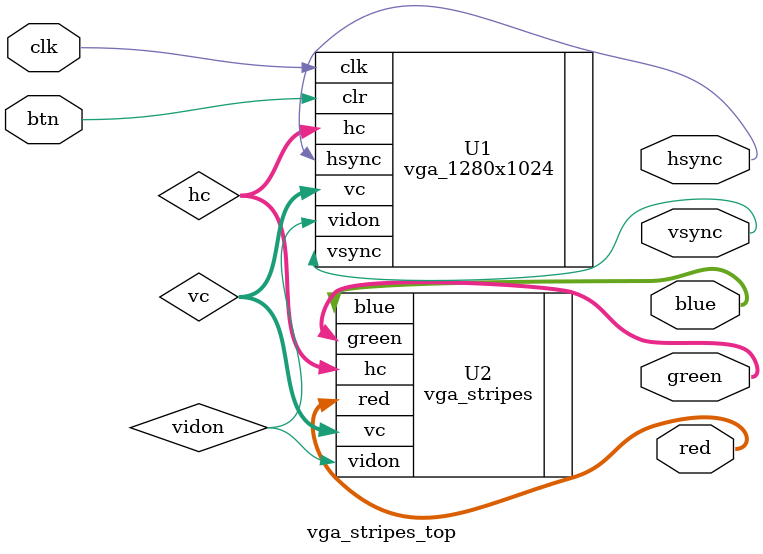
<source format=v>

module vga_stripes_top(
    input wire clk,
    input wire btn,

    output wire hsync,
    output wire vsync,
    output wire [2:0] red, 
    output wire [2:0] green,
    output wire [1:0] blue
);
//function output
//wire clk25;
wire vidon;
wire [10:0] hc, vc;


/*clock_div U3 (
    .mclk(clk),
    .clr(btn),
    .clk_out(clk25)
);
*/

vga_1280x1024 U1 (
    .clk(clk), .clr(btn), .hsync(hsync), .vsync(vsync), .hc(hc), .vc(vc), .vidon(vidon)
);

vga_stripes U2 (
    .vidon(vidon), .hc(hc), .vc(vc), .red(red), .green(green), .blue(blue)
);


/*initial begin
    btn = 1;
    clk = 1'b1;
    #10 btn = 0;
end



always #5 clk = ~clk; //100MHz*/


endmodule
</source>
